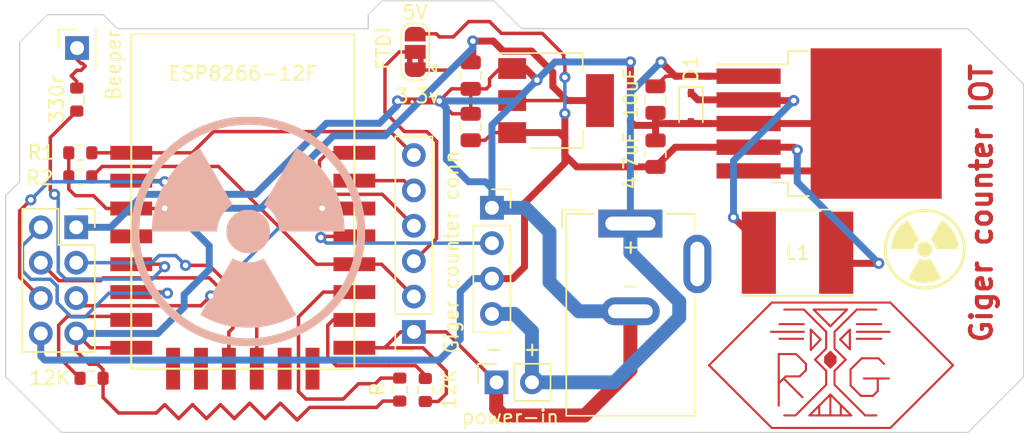
<source format=kicad_pcb>
(kicad_pcb (version 20211014) (generator pcbnew)
  (layers (0 "F.Cu" signal) (31 "B.Cu" signal) (34 "B.Paste" user) (35 "F.Paste" user) (36 "B.SilkS" user "B.Silkscreen") (37 "F.SilkS" user "F.Silkscreen") (38 "B.Mask" user) (39 "F.Mask" user) (44 "Edge.Cuts" user))
  (net 0 "")
  (net 1 "+9V")
  (net 2 "GND")
  (net 3 "+5V")
  (net 4 "+3.3V")
  (net 5 "Net-(D1-Pad1)")
  (net 6 "/GPIO-12")
  (net 7 "/GPIO-10")
  (net 8 "/GPIO-9")
  (net 9 "/GPIO-5")
  (net 10 "/ADC")
  (net 11 "BEEPER")
  (net 12 "Pulse_pin")
  (net 13 "/GPIO-0")
  (net 14 "Net-(J4-Pad3)")
  (net 15 "/Tx")
  (net 16 "/Rx")
  (net 17 "/Reset")
  (net 18 "Net-(R3-Pad1)")
  (net 19 "Net-(R4-Pad2)")
  (net 20 "Net-(R5-Pad2)")
  (net 26 "Net-(J2-Pad1)")
  (footprint "Package_TO_SOT_SMD:SOT-223-3_TabPin2" (layer "F.Cu") (at 126.47 106.17)
    (fp_text reference "U2")
    (fp_text value "LM1117-3.3")
    (pad "1" smd rect (at -3.15 -2.3) (size 2 1.5) (layers "F.Cu" "F.Paste" "F.Mask") (net 2 "GND"))
    (pad "2" smd rect (at 3.15 0) (size 2 3.8) (layers "F.Cu" "F.Paste" "F.Mask") (net 4 "+3.3V"))
    (pad "2" smd rect (at -3.15 0) (size 2 1.5) (layers "F.Cu" "F.Paste" "F.Mask") (net 4 "+3.3V"))
    (pad "3" smd rect (at -3.15 2.3) (size 2 1.5) (layers "F.Cu" "F.Paste" "F.Mask") (net 3 "+5V"))
  )
  (footprint "phosphor:ESP8266-13F" (layer "F.Cu") (at 104.005 125.42)
    (fp_text reference "U3")
    (fp_text value "ESP8266-12F" (at 0 -21.2) (layer "F.SilkS"))
    (pad "1" smd rect locked (at -8 -15.5) (size 3 1) (layers "F.Cu" "F.Paste" "F.Mask") (net 17 "/Reset"))
    (pad "2" smd rect locked (at -8 -13.5) (size 3 1) (layers "F.Cu" "F.Paste" "F.Mask") (net 10 "/ADC"))
    (pad "3" smd rect locked (at -8 -11.5) (size 3 1) (layers "F.Cu" "F.Paste" "F.Mask") (net 4 "+3.3V"))
    (pad "4" smd rect locked (at -8 -9.5) (size 3 1) (layers "F.Cu" "F.Paste" "F.Mask"))
    (pad "5" smd rect locked (at -8 -7.5) (size 3 1) (layers "F.Cu" "F.Paste" "F.Mask") (net 11 "BEEPER"))
    (pad "6" smd rect locked (at -8 -5.5) (size 3 1) (layers "F.Cu" "F.Paste" "F.Mask") (net 6 "/GPIO-12"))
    (pad "7" smd rect locked (at -8 -3.5) (size 3 1) (layers "F.Cu" "F.Paste" "F.Mask") (net 20 "Net-(R5-Pad2)"))
    (pad "8" smd rect locked (at -8 -1.5) (size 3 1) (layers "F.Cu" "F.Paste" "F.Mask") (net 4 "+3.3V"))
    (pad "9" smd rect locked (at -5 0 90) (size 3 1) (layers "F.Cu" "F.Paste" "F.Mask"))
    (pad "10" smd rect locked (at -3 0 90) (size 3 1) (layers "F.Cu" "F.Paste" "F.Mask"))
    (pad "11" smd rect locked (at -1 0 90) (size 3 1) (layers "F.Cu" "F.Paste" "F.Mask") (net 8 "/GPIO-9"))
    (pad "12" smd rect locked (at 1 0 90) (size 3 1) (layers "F.Cu" "F.Paste" "F.Mask") (net 7 "/GPIO-10"))
    (pad "13" smd rect locked (at 3 0 90) (size 3 1) (layers "F.Cu" "F.Paste" "F.Mask"))
    (pad "14" smd rect locked (at 5 0 90) (size 3 1) (layers "F.Cu" "F.Paste" "F.Mask"))
    (pad "15" smd rect locked (at 8 -1.5) (size 3 1) (layers "F.Cu" "F.Paste" "F.Mask") (net 2 "GND"))
    (pad "16" smd rect locked (at 8 -3.5) (size 3 1) (layers "F.Cu" "F.Paste" "F.Mask") (net 18 "Net-(R3-Pad1)"))
    (pad "17" smd rect locked (at 8 -5.5) (size 3 1) (layers "F.Cu" "F.Paste" "F.Mask") (net 19 "Net-(R4-Pad2)"))
    (pad "18" smd rect locked (at 8 -7.5) (size 3 1) (layers "F.Cu" "F.Paste" "F.Mask") (net 13 "/GPIO-0"))
    (pad "19" smd rect locked (at 8 -9.5) (size 3 1) (layers "F.Cu" "F.Paste" "F.Mask") (net 12 "Pulse_pin"))
    (pad "20" smd rect locked (at 8 -11.5) (size 3 1) (layers "F.Cu" "F.Paste" "F.Mask") (net 9 "/GPIO-5"))
    (pad "21" smd rect locked (at 8 -13.5) (size 3 1) (layers "F.Cu" "F.Paste" "F.Mask") (net 16 "/Rx"))
    (pad "22" smd rect locked (at 8 -15.5) (size 3 1) (layers "F.Cu" "F.Paste" "F.Mask") (net 15 "/Tx"))
  )
  (footprint "Resistor_SMD:R_0603_1608Metric" (layer "F.Cu") (at 93.16 126.11 180)
    (fp_text reference "R5")
    (fp_text value "12K" (at 3 0.03) (layer "F.SilkS"))
    (pad "1" smd roundrect (at -0.825 0 180) (size 0.8 0.95) (layers "F.Cu" "F.Paste" "F.Mask") (net 4 "+3.3V"))
    (pad "2" smd roundrect (at 0.825 0 180) (size 0.8 0.95) (layers "F.Cu" "F.Paste" "F.Mask") (net 20 "Net-(R5-Pad2)"))
  )
  (footprint "Resistor_SMD:R_0603_1608Metric" (layer "F.Cu") (at 117.09 126.95 -90)
    (fp_text reference "R3")
    (fp_text value "R" (at -0.042742 3.43 90) (layer "F.SilkS"))
    (pad "1" smd roundrect (at -0.825 0 270) (size 0.8 0.95) (layers "F.Cu" "F.Paste" "F.Mask") (net 18 "Net-(R3-Pad1)"))
    (pad "2" smd roundrect (at 0.825 0 270) (size 0.8 0.95) (layers "F.Cu" "F.Paste" "F.Mask") (net 2 "GND"))
  )
  (footprint "Connector_PinSocket_2.54mm:PinSocket_1x04_P2.54mm_Vertical" (layer "F.Cu") (at 121.87 113.87)
    (fp_text reference "J3")
    (fp_text value "Giger counter conn" (at -2.9 3.19 90) (layer "F.SilkS"))
    (pad "1" thru_hole rect (at 0 0) (size 1.7 1.7) (drill 1) (layers *.Cu *.Mask) (net 2 "GND"))
    (pad "2" thru_hole oval (at 0 2.54) (size 1.7 1.7) (drill 1) (layers *.Cu *.Mask) (net 12 "Pulse_pin"))
    (pad "3" thru_hole oval (at 0 5.08) (size 1.7 1.7) (drill 1) (layers *.Cu *.Mask) (net 3 "+5V"))
    (pad "4" thru_hole oval (at 0 7.62) (size 1.7 1.7) (drill 1) (layers *.Cu *.Mask) (net 1 "+9V"))
  )
  (footprint "Connector_PinSocket_2.54mm:PinSocket_1x06_P2.54mm_Vertical" (layer "F.Cu") (at 116.27 122.78 180)
    (fp_text reference "J4")
    (fp_text value "FTDI" (at 2.16 20.35 90) (layer "F.SilkS"))
    (pad "1" thru_hole rect (at 0 0 180) (size 1.7 1.7) (drill 1) (layers *.Cu *.Mask) (net 2 "GND"))
    (pad "2" thru_hole oval (at 0 2.54 180) (size 1.7 1.7) (drill 1) (layers *.Cu *.Mask) (net 13 "/GPIO-0"))
    (pad "3" thru_hole oval (at 0 5.08 180) (size 1.7 1.7) (drill 1) (layers *.Cu *.Mask) (net 14 "Net-(J4-Pad3)"))
    (pad "4" thru_hole oval (at 0 7.62 180) (size 1.7 1.7) (drill 1) (layers *.Cu *.Mask) (net 15 "/Tx"))
    (pad "5" thru_hole oval (at 0 10.16 180) (size 1.7 1.7) (drill 1) (layers *.Cu *.Mask) (net 16 "/Rx"))
    (pad "6" thru_hole oval (at 0 12.7 180) (size 1.7 1.7) (drill 1) (layers *.Cu *.Mask) (net 17 "/Reset"))
  )
  (footprint "Capacitor_SMD:C_0805_2012Metric" (layer "F.Cu") (at 120.35 108.07 90)
    (fp_text reference "C3")
    (fp_text value "C")
    (pad "1" smd roundrect (at -0.95 0 90) (size 1 1.45) (layers "F.Cu" "F.Paste" "F.Mask") (net 3 "+5V"))
    (pad "2" smd roundrect (at 0.95 0 90) (size 1 1.45) (layers "F.Cu" "F.Paste" "F.Mask") (net 2 "GND"))
  )
  (footprint "Resistor_SMD:R_0603_1608Metric" (layer "F.Cu") (at 92.35 111.65)
    (fp_text reference "R2" (at -2.9 0.07) (layer "F.SilkS"))
    (fp_text value "12K")
    (pad "1" smd roundrect (at -0.825 0) (size 0.8 0.95) (layers "F.Cu" "F.Paste" "F.Mask") (net 4 "+3.3V"))
    (pad "2" smd roundrect (at 0.825 0) (size 0.8 0.95) (layers "F.Cu" "F.Paste" "F.Mask") (net 13 "/GPIO-0"))
  )
  (footprint "Capacitor_SMD:C_0805_2012Metric" (layer "F.Cu") (at 120.35 104.38 -90)
    (fp_text reference "C4")
    (fp_text value "C")
    (pad "1" smd roundrect (at -0.95 0 270) (size 1 1.45) (layers "F.Cu" "F.Paste" "F.Mask") (net 4 "+3.3V"))
    (pad "2" smd roundrect (at 0.95 0 270) (size 1 1.45) (layers "F.Cu" "F.Paste" "F.Mask") (net 2 "GND"))
  )
  (footprint "LOGO" (layer "F.Cu") (at 152.908 116.84)
    (fp_text reference "G***" hide)
    (fp_text value "LOGO" hide)
  )
  (footprint "Capacitor_SMD:C_0805_2012Metric" (layer "F.Cu") (at 133.6 106.1 -90)
    (fp_text reference "C1")
    (fp_text value "10uF" (at -0.436 1.774 90) (layer "F.SilkS"))
    (pad "1" smd roundrect (at -0.95 0 270) (size 1 1.45) (layers "F.Cu" "F.Paste" "F.Mask") (net 1 "+9V"))
    (pad "2" smd roundrect (at 0.95 0 270) (size 1 1.45) (layers "F.Cu" "F.Paste" "F.Mask") (net 2 "GND"))
  )
  (footprint "Connector_PinSocket_2.54mm:PinSocket_2x04_P2.54mm_Vertical" (layer "F.Cu") (at 92.06 115.27)
    (fp_text reference "J1")
    (fp_text value "Expanction")
    (pad "1" thru_hole rect (at 0 0) (size 1.7 1.7) (drill 1) (layers *.Cu *.Mask) (net 2 "GND"))
    (pad "2" thru_hole oval (at -2.54 0) (size 1.7 1.7) (drill 1) (layers *.Cu *.Mask) (net 6 "/GPIO-12"))
    (pad "3" thru_hole oval (at 0 2.54) (size 1.7 1.7) (drill 1) (layers *.Cu *.Mask) (net 7 "/GPIO-10"))
    (pad "4" thru_hole oval (at -2.54 2.54) (size 1.7 1.7) (drill 1) (layers *.Cu *.Mask) (net 8 "/GPIO-9"))
    (pad "5" thru_hole oval (at 0 5.08) (size 1.7 1.7) (drill 1) (layers *.Cu *.Mask) (net 9 "/GPIO-5"))
    (pad "6" thru_hole oval (at -2.54 5.08) (size 1.7 1.7) (drill 1) (layers *.Cu *.Mask) (net 10 "/ADC"))
    (pad "7" thru_hole oval (at 0 7.62) (size 1.7 1.7) (drill 1) (layers *.Cu *.Mask) (net 4 "+3.3V"))
    (pad "8" thru_hole oval (at -2.54 7.62) (size 1.7 1.7) (drill 1) (layers *.Cu *.Mask) (net 3 "+5V"))
  )
  (footprint "Resistor_SMD:R_0603_1608Metric" (layer "F.Cu") (at 92.1 106.1 -90)
    (fp_text reference "R6")
    (fp_text value "330r" (at 0 1.43 -270) (layer "F.SilkS"))
    (pad "1" smd roundrect (at -0.825 0 270) (size 0.8 0.95) (layers "F.Cu" "F.Paste" "F.Mask") (net 26 "Net-(J2-Pad1)"))
    (pad "2" smd roundrect (at 0.825 0 270) (size 0.8 0.95) (layers "F.Cu" "F.Paste" "F.Mask") (net 11 "BEEPER"))
  )
  (footprint "Connector_BarrelJack:BarrelJack_GCT_DCJ200-10-A_Horizontal" (layer "F.Cu") (at 131.8 115)
    (fp_text reference "J6")
    (fp_text value "Barrel_Jack_Switch")
    (pad "1" thru_hole rect (at 0 0) (size 4.6 2) (drill oval 3.6 1) (layers *.Cu *.Mask) (net 1 "+9V"))
    (pad "2" thru_hole oval (at 0 6.3) (size 4.2 2) (drill oval 3.2 1) (layers *.Cu *.Mask) (net 2 "GND"))
    (pad "3" thru_hole oval (at 4.8 2.9) (size 2 4.2) (drill oval 1 3.2) (layers *.Cu *.Mask))
  )
  (footprint "Capacitor_SMD:C_0805_2012Metric" (layer "F.Cu") (at 133.604 109.982 90)
    (fp_text reference "C2")
    (fp_text value "4.7uF" (at -0.508 -1.778 90) (layer "F.SilkS"))
    (pad "1" smd roundrect (at -0.95 0 90) (size 1 1.45) (layers "F.Cu" "F.Paste" "F.Mask") (net 3 "+5V"))
    (pad "2" smd roundrect (at 0.95 0 90) (size 1 1.45) (layers "F.Cu" "F.Paste" "F.Mask") (net 2 "GND"))
  )
  (footprint "Connector_PinSocket_2.54mm:PinSocket_1x02_P2.54mm_Vertical" (layer "F.Cu") (at 122.2 126.4 90)
    (fp_text reference "J5")
    (fp_text value "power-in" (at -2.49 1 180) (layer "F.SilkS"))
    (pad "1" thru_hole rect (at 0 0 90) (size 1.7 1.7) (drill 1) (layers *.Cu *.Mask) (net 2 "GND"))
    (pad "2" thru_hole oval (at 0 2.54 90) (size 1.7 1.7) (drill 1) (layers *.Cu *.Mask) (net 1 "+9V"))
  )
  (footprint "RG:rg-logo" (layer "F.Cu") (at 145.438 118.173)
    (fp_text reference "REF**" hide)
    (fp_text value "rg-logo" hide)
    (fp_line (start 2.1 4.45) (end 2.1 5.85) (layer "F.Cu") (width 0.15))
    (fp_line (start 4.1 7.95) (end 4.1 8.85) (layer "F.Cu") (width 0.15))
    (fp_line (start -1.75 6.2) (end -1.05 6.9) (layer "F.Cu") (width 0.15))
    (fp_line (start 1 8.4) (end 3.2 10.6) (layer "F.Cu") (width 0.15))
    (fp_line (start 0.4 7.4) (end -0.4 6.6) (layer "F.Cu") (width 0.15))
    (fp_line (start -1.2 4.6) (end -3.55 4.6) (layer "F.Cu") (width 0.15))
    (fp_line (start -3 6.2) (end -3 9.9) (layer "F.Cu") (width 0.15))
    (fp_line (start -3.5 11.5) (end -8 7) (layer "F.Cu") (width 0.15))
    (fp_line (start -0.7 4.45) (end -0.7 5.9) (layer "F.Cu") (width 0.15))
    (fp_line (start 0 5.15) (end -0.7 4.45) (layer "F.Cu") (width 0.15))
    (fp_line (start 1 8.4) (end 1 7.4) (layer "F.Cu") (width 0.15))
    (fp_line (start 1.9 3) (end 0.7 4.2) (layer "F.Cu") (width 0.15))
    (fp_line (start 5 2.5) (end 9.5 7) (layer "F.Cu") (width 0.15))
    (fp_line (start 1.4 5.15) (end 2.1 4.45) (layer "F.Cu") (width 0.15))
    (fp_line (start 1.4 5.15) (end 2.1 5.85) (layer "F.Cu") (width 0.15))
    (fp_line (start -3.5 2.5) (end 5 2.5) (layer "F.Cu") (width 0.15))
    (fp_line (start 5 11.5) (end -3.5 11.5) (layer "F.Cu") (width 0.15))
    (fp_line (start 2.6 5.1) (end 4.35 5.1) (layer "F.Cu") (width 0.15))
    (fp_line (start -0.1 9.9) (end -0.1 10.6) (layer "F.Cu") (width 0.15))
    (fp_line (start -1.2 4.05) (end -2.95 4.05) (layer "F.Cu") (width 0.15))
    (fp_line (start -2.65 7.95) (end -1.3 9.3) (layer "F.Cu") (width 0.15))
    (fp_line (start 2.6 4.6) (end 4.95 4.6) (layer "F.Cu") (width 0.15))
    (fp_line (start 4.15 6.5) (end 4.55 6.9) (layer "F.Cu") (width 0.15))
    (fp_line (start 0.4 4.6) (end -1.2 3) (layer "F.Cu") (width 0.15))
    (fp_line (start 2.95 6.5) (end 4.15 6.5) (layer "F.Cu") (width 0.15))
    (fp_line (start 1 7.4) (end 1.8 6.6) (layer "F.Cu") (width 0.15))
    (fp_line (start -1.05 7.35) (end -1.5 7.8) (layer "F.Cu") (width 0.15))
    (fp_line (start 2.2 10.6) (end -0.8 10.6) (layer "F.Cu") (width 0.15))
    (fp_line (start -1.2 3) (end -2.6 3) (layer "F.Cu") (width 0.15))
    (fp_line (start 2.9 9.2) (end 2.15 8.45) (layer "F.Cu") (width 0.15))
    (fp_line (start 0.7 9.1) (end -0.8 10.6) (layer "F.Cu") (width 0.15))
    (fp_line (start -0.7 5.9) (end 0 5.15) (layer "F.Cu") (width 0.15))
    (fp_line (start -2.5 7.8) (end -3 8.3) (layer "F.Cu") (width 0.15))
    (fp_line (start -8 7) (end -3.5 2.5) (layer "F.Cu") (width 0.15))
    (fp_line (start 0.7 4.2) (end -0.5 3) (layer "F.Cu") (width 0.15))
    (fp_line (start -1.05 6.9) (end -1.05 7.35) (layer "F.Cu") (width 0.15))
    (fp_line (start 1.8 6.6) (end 1 5.8) (layer "F.Cu") (width 0.15))
    (fp_line (start 9.5 7) (end 5 11.5) (layer "F.Cu") (width 0.15))
    (fp_line (start 3.75 9.2) (end 2.9 9.2) (layer "F.Cu") (width 0.15))
    (fp_line (start -3 6.2) (end -1.75 6.2) (layer "F.Cu") (width 0.15))
    (fp_line (start 2.6 3) (end 4 3) (layer "F.Cu") (width 0.15))
    (fp_line (start 2.15 8.45) (end 2.15 7.3) (layer "F.Cu") (width 0.15))
    (fp_line (start -0.4 6.6) (end 0.4 5.8) (layer "F.Cu") (width 0.15))
    (fp_line (start -1.25 5.1) (end -2.95 5.1) (layer "F.Cu") (width 0.15))
    (fp_line (start 0.4 8.4) (end 0.4 7.4) (layer "F.Cu") (width 0.15))
    (fp_line (start 3.2 10.6) (end 4 10.6) (layer "F.Cu") (width 0.15))
    (fp_line (start -1.8 10.6) (end -2.6 10.6) (layer "F.Cu") (width 0.15))
    (fp_line (start 2.2 10.6) (end 0.7 9.1) (layer "F.Cu") (width 0.15))
    (fp_line (start 1 4.6) (end 2.6 3) (layer "F.Cu") (width 0.15))
    (fp_line (start 4.9 7.95) (end 3.1 7.95) (layer "F.Cu") (width 0.15))
    (fp_line (start 0.7 9.15) (end 0.7 10.6) (layer "F.Cu") (width 0.15))
    (fp_line (start 1.45 10.6) (end 1.45 9.9) (layer "F.Cu") (width 0.15))
    (fp_line (start 4.1 8.85) (end 3.75 9.2) (layer "F.Cu") (width 0.15))
    (fp_line (start 0.4 5.8) (end 0.4 4.6) (layer "F.Cu") (width 0.15))
    (fp_line (start 0.4 8.4) (end -1.8 10.6) (layer "F.Cu") (width 0.15))
    (fp_line (start 2.6 4.05) (end 4.35 4.05) (layer "F.Cu") (width 0.15))
    (fp_line (start -1.5 7.8) (end -2.5 7.8) (layer "F.Cu") (width 0.15))
    (fp_line (start 2.15 7.3) (end 2.95 6.5) (layer "F.Cu") (width 0.15))
    (fp_line (start -0.5 3) (end 1.9 3) (layer "F.Cu") (width 0.15))
    (fp_line (start 1 5.8) (end 1 4.6) (layer "F.Cu") (width 0.15))
    (fp_poly (pts (xy 1.1 6.4) (xy 1.1 6.8) (xy 0.7 7.2) (xy 0.3 6.8) (xy 0.3 6.4) (xy 0.7 6)) (layer "F.Cu") (width 0.1) (fill solid))
  )
  (footprint "Connector_PinSocket_2.54mm:PinSocket_1x01_P2.54mm_Vertical" (layer "F.Cu") (at 92.12 102.4 90)
    (fp_text reference "J2")
    (fp_text value "Beeper")
    (pad "1" thru_hole rect (at 0 0 90) (size 1.7 1.7) (drill 1) (layers *.Cu *.Mask) (net 26 "Net-(J2-Pad1)"))
  )
  (footprint "Resistor_SMD:R_0603_1608Metric" (layer "F.Cu") (at 115.26 126.92 90)
    (fp_text reference "R4")
    (fp_text value "12K" (at 0.012742 3.53 90) (layer "F.SilkS"))
    (pad "1" smd roundrect (at -0.825 0 90) (size 0.8 0.95) (layers "F.Cu" "F.Paste" "F.Mask") (net 4 "+3.3V"))
    (pad "2" smd roundrect (at 0.825 0 90) (size 0.8 0.95) (layers "F.Cu" "F.Paste" "F.Mask") (net 19 "Net-(R4-Pad2)"))
  )
  (footprint "Resistor_SMD:R_0603_1608Metric" (layer "F.Cu") (at 92.35 109.92)
    (fp_text reference "R1" (at -2.8 -0.03) (layer "F.SilkS"))
    (fp_text value "12K")
    (pad "1" smd roundrect (at -0.825 0) (size 0.8 0.95) (layers "F.Cu" "F.Paste" "F.Mask") (net 4 "+3.3V"))
    (pad "2" smd roundrect (at 0.825 0) (size 0.8 0.95) (layers "F.Cu" "F.Paste" "F.Mask") (net 17 "/Reset"))
  )
  (footprint "Diode_SMD:D_SOD-323" (layer "F.Cu") (at 136.144 106.68 -90)
    (fp_text reference "D1" (at -2.794 0 90) (layer "F.SilkS"))
    (fp_text value "NSR0530HT1G")
    (pad "1" smd rect (at -1.05 0 270) (size 0.6 0.45) (layers "F.Cu" "F.Paste" "F.Mask") (net 5 "Net-(D1-Pad1)"))
    (pad "2" smd rect (at 1.05 0 270) (size 0.6 0.45) (layers "F.Cu" "F.Paste" "F.Mask") (net 2 "GND"))
  )
  (footprint "Inductor_SMD:L_Taiyo-Yuden_NR-60xx_HandSoldering" (layer "F.Cu") (at 143.783 117.094)
    (fp_text reference "L1" (at 0 0) (layer "F.SilkS"))
    (fp_text value "68uH")
    (pad "1" smd rect (at -2.775 0) (size 2.45 5.9) (layers "F.Cu" "F.Paste" "F.Mask") (net 5 "Net-(D1-Pad1)"))
    (pad "2" smd rect (at 2.775 0) (size 2.45 5.9) (layers "F.Cu" "F.Paste" "F.Mask") (net 3 "+5V"))
  )
  (footprint "Jumper:SolderJumper-3_P1.3mm_Bridged2Bar12_RoundedPad1.0x1.5mm" (layer "F.Cu") (at 116.37 102.68 90)
    (fp_text reference "JP1")
    (fp_text value "Vcc")
    (fp_poly (pts (xy -0.9 -0.6) (xy -0.4 -0.6) (xy -0.4 -0.2) (xy -0.9 -0.2)) (layer "F.Cu") (width 0) (fill solid))
    (fp_poly (pts (xy -0.9 0.2) (xy -0.4 0.2) (xy -0.4 0.6) (xy -0.9 0.6)) (layer "F.Cu") (width 0) (fill solid))
    (pad "1" smd custom (at -1.3 0 90) (size 1 0.5) (layers "F.Cu" "F.Mask") (net 4 "+3.3V") (options (clearance outline) (anchor rect)) (primitives (gr_circle (center 0 0.25) (end 0.5 0.25) (width 0) (fill yes)) (gr_circle (center 0 -0.25) (end 0.5 -0.25) (width 0) (fill yes)) (gr_poly (pts (xy 0.55 0.75) (xy 0 0.75) (xy 0 -0.75) (xy 0.55 -0.75)) (width 0) (fill yes))))
    (pad "2" smd rect (at 0 0 90) (size 1 1.5) (layers "F.Cu" "F.Mask") (net 14 "Net-(J4-Pad3)"))
    (pad "3" smd custom (at 1.3 0 90) (size 1 0.5) (layers "F.Cu" "F.Mask") (net 3 "+5V") (options (clearance outline) (anchor rect)) (primitives (gr_circle (center 0 0.25) (end 0.5 0.25) (width 0) (fill yes)) (gr_circle (center 0 -0.25) (end 0.5 -0.25) (width 0) (fill yes)) (gr_poly (pts (xy 0 0.75) (xy -0.55 0.75) (xy -0.55 -0.75) (xy 0 -0.75)) (width 0) (fill yes))))
  )
  (footprint "Package_TO_SOT_SMD:TO-263-5_TabPin3" (layer "F.Cu") (at 146.05 107.82)
    (fp_text reference "U1")
    (fp_text value "LM2596S-5")
    (pad "1" smd rect (at -5.775 -3.4) (size 4.6 1.1) (layers "F.Cu" "F.Paste" "F.Mask") (net 1 "+9V"))
    (pad "2" smd rect (at -5.775 -1.7) (size 4.6 1.1) (layers "F.Cu" "F.Paste" "F.Mask") (net 5 "Net-(D1-Pad1)"))
    (pad "3" smd rect (at -5.775 0) (size 4.6 1.1) (layers "F.Cu" "F.Paste" "F.Mask") (net 2 "GND"))
    (pad "3" smd rect (at 3.375 0) (size 9.4 10.8) (layers "F.Cu" "F.Mask") (net 2 "GND"))
    (pad "4" smd rect (at -5.775 1.7) (size 4.6 1.1) (layers "F.Cu" "F.Paste" "F.Mask") (net 3 "+5V"))
    (pad "5" smd rect (at -5.775 3.4) (size 4.6 1.1) (layers "F.Cu" "F.Paste" "F.Mask") (net 2 "GND"))
  )
  (footprint "LOGO" (layer "B.Cu") (at 104.394 115.57 180)
    (fp_text reference "G***" hide)
    (fp_text value "LOGO" hide)
  )
  (gr_poly (pts (xy 124 101) (xy 156 101) (xy 160 105) (xy 160 126) (xy 156 130) (xy 91 130) (xy 87 126) (xy 87 113) (xy 88 112) (xy 88 102) (xy 90 100) (xy 94 100) (xy 95 101) (xy 113 101) (xy 113 100) (xy 114 99) (xy 122 99)) (layer "Edge.Cuts") (width 0.1) (fill none))
  (gr_text "Giger counter IOT" (at 156.972 113.538 90) (layer "F.Cu") (effects (font (size 1.5 1.5) (thickness 0.3))))
  (gr_text "Beeper" (at 94.725 103.625 90) (layer "F.SilkS") (effects (font (size 1 1))))
  (gr_text "5V\n" (at 116.35 99.85) (layer "F.SilkS") (effects (font (size 1 1))))
  (gr_text "-" (at 131.8 119.45) (layer "F.SilkS") (effects (font (size 1 1))))
  (gr_text "3.3v\n" (at 116.525 105.85) (layer "F.SilkS") (effects (font (size 1 1))))
  (gr_text "-  +\n" (at 123.375 124) (layer "F.SilkS") (effects (font (size 1 1))))
  (gr_text "+\n" (at 131.825 116.65) (layer "F.SilkS") (effects (font (size 1 1))))
  (segment (start 137.186 104.42) (end 137.575 104.42) (width 0.5) (layer "F.Cu") (net 1))
  (segment (start 133.6 105.15) (end 134.33 104.42) (width 0.25) (layer "F.Cu") (net 1))
  (segment (start 135.02 104.42) (end 137.186 104.42) (width 0.5) (layer "F.Cu") (net 1))
  (segment (start 134.33 104.42) (end 135.22 104.42) (width 0.25) (layer "F.Cu") (net 1))
  (segment (start 137.186 104.42) (end 140.275 104.42) (width 0.5) (layer "F.Cu") (net 1))
  (segment (start 134 103.4) (end 135.02 104.42) (width 0.5) (layer "F.Cu") (net 1))
  (segment (start 135.22 104.42) (end 137.575 104.42) (width 0.25) (layer "F.Cu") (net 1))
  (segment (start 135.02 104.42) (end 135.22 104.42) (width 0.5) (layer "F.Cu") (net 1))
  (via (at 134 103.4) (size 0.8) (drill 0.4) (layers "F.Cu" "B.Cu") (net 1))
  (segment (start 124.6 122.6) (end 124.74 122.74) (width 1) (layer "B.Cu") (net 1))
  (segment (start 135.3 121.748) (end 130.648 126.4) (width 1) (layer "B.Cu") (net 1))
  (segment (start 130.648 126.4) (end 124.74 126.4) (width 1) (layer "B.Cu") (net 1))
  (segment (start 135.3 120.6) (end 135.3 121.748) (width 1) (layer "B.Cu") (net 1))
  (segment (start 121.87 121.49) (end 123.49 121.49) (width 1) (layer "B.Cu") (net 1))
  (segment (start 131.8 117.1) (end 135.3 120.6) (width 1) (layer "B.Cu") (net 1))
  (segment (start 131.8 115) (end 131.8 105.6) (width 0.5) (layer "B.Cu") (net 1))
  (segment (start 123.49 121.49) (end 124.6 122.6) (width 1) (layer "B.Cu") (net 1))
  (segment (start 131.8 115) (end 131.8 117.1) (width 1) (layer "B.Cu") (net 1))
  (segment (start 124.74 122.74) (end 124.74 126.4) (width 1) (layer "B.Cu") (net 1))
  (segment (start 131.8 105.6) (end 134 103.4) (width 0.5) (layer "B.Cu") (net 1))
  (segment (start 134.37 107.82) (end 133.734 107.82) (width 0.5) (layer "F.Cu") (net 2))
  (segment (start 140.275 111.22) (end 146.025 111.22) (width 0.5) (layer "F.Cu") (net 2))
  (segment (start 122.682 128.778) (end 122.174 128.27) (width 1) (layer "F.Cu") (net 2))
  (segment (start 123.32 103.87) (end 122.43 103.87) (width 0.25) (layer "F.Cu") (net 2))
  (segment (start 115.1 106.2) (end 118.1 106.2) (width 0.5) (layer "F.Cu") (net 2))
  (segment (start 131.8 103.4) (end 131.8 107.67) (width 0.5) (layer "F.Cu") (net 2))
  (segment (start 121.7 105.1) (end 121.47 105.33) (width 0.25) (layer "F.Cu") (net 2))
  (segment (start 118.97 105.33) (end 118.1 106.2) (width 0.25) (layer "F.Cu") (net 2))
  (segment (start 113.52 123.92) (end 112.005 123.92) (width 0.25) (layer "F.Cu") (net 2))
  (segment (start 114.18 123.92) (end 113.52 123.92) (width 0.25) (layer "F.Cu") (net 2))
  (segment (start 133.6 107.686) (end 133.734 107.82) (width 0.5) (layer "F.Cu") (net 2))
  (segment (start 116.27 122.78) (end 115.32 122.78) (width 0.25) (layer "F.Cu") (net 2))
  (segment (start 133.734 107.82) (end 133.604 107.95) (width 0.5) (layer "F.Cu") (net 2))
  (segment (start 122.174 128.27) (end 122.174 126.426) (width 1) (layer "F.Cu") (net 2))
  (segment (start 121.7 104.6) (end 121.7 105.1) (width 0.25) (layer "F.Cu") (net 2))
  (segment (start 133.6 107.05) (end 133.6 107.686) (width 0.5) (layer "F.Cu") (net 2))
  (segment (start 118.6 125.6) (end 118.6 127.2) (width 0.25) (layer "F.Cu") (net 2))
  (segment (start 118.58 122.78) (end 122.2 126.4) (width 0.25) (layer "F.Cu") (net 2))
  (segment (start 124.27 103.87) (end 125.1 104.7) (width 0.5) (layer "F.Cu") (net 2))
  (segment (start 131.8 121.3) (end 131.8 125.502) (width 1) (layer "F.Cu") (net 2))
  (segment (start 128.524 128.778) (end 122.682 128.778) (width 1) (layer "F.Cu") (net 2))
  (segment (start 146.025 111.22) (end 149.425 107.82) (width 0.5) (layer "F.Cu") (net 2))
  (segment (start 132.08 107.95) (end 133.604 107.95) (width 0.5) (layer "F.Cu") (net 2))
  (segment (start 120.35 107.12) (end 119.02 107.12) (width 0.25) (layer "F.Cu") (net 2))
  (segment (start 147.265 107.28) (end 146.725 107.82) (width 0.5) (layer "F.Cu") (net 2))
  (segment (start 120.35 105.33) (end 120.35 107.12) (width 0.25) (layer "F.Cu") (net 2))
  (segment (start 118.025 127.775) (end 117.09 127.775) (width 0.25) (layer "F.Cu") (net 2))
  (segment (start 119.02 107.12) (end 118.1 106.2) (width 0.25) (layer "F.Cu") (net 2))
  (segment (start 120.35 105.33) (end 118.97 105.33) (width 0.25) (layer "F.Cu") (net 2))
  (segment (start 133.604 107.95) (end 133.604 109.032) (width 0.5) (layer "F.Cu") (net 2))
  (segment (start 137.575 107.82) (end 146.725 107.82) (width 0.5) (layer "F.Cu") (net 2))
  (segment (start 123.32 103.87) (end 124.27 103.87) (width 0.5) (layer "F.Cu") (net 2))
  (segment (start 122.174 126.426) (end 122.2 126.4) (width 1) (layer "F.Cu") (net 2))
  (segment (start 115.32 122.78) (end 114.18 123.92) (width 0.25) (layer "F.Cu") (net 2))
  (segment (start 131.8 125.502) (end 128.524 128.778) (width 1) (layer "F.Cu") (net 2))
  (segment (start 116.27 122.78) (end 118.58 122.78) (width 0.25) (layer "F.Cu") (net 2))
  (segment (start 116.92 123.92) (end 118.6 125.6) (width 0.25) (layer "F.Cu") (net 2))
  (segment (start 121.47 105.33) (end 120.35 105.33) (width 0.25) (layer "F.Cu") (net 2))
  (segment (start 131.8 107.67) (end 132.08 107.95) (width 0.5) (layer "F.Cu") (net 2))
  (segment (start 137.575 107.82) (end 134.37 107.82) (width 0.5) (layer "F.Cu") (net 2))
  (segment (start 122.43 103.87) (end 121.7 104.6) (width 0.25) (layer "F.Cu") (net 2))
  (segment (start 113.52 123.92) (end 116.92 123.92) (width 0.25) (layer "F.Cu") (net 2))
  (segment (start 118.6 127.2) (end 118.025 127.775) (width 0.25) (layer "F.Cu") (net 2))
  (segment (start 137.575 107.82) (end 134.555051 107.82) (width 0.5) (layer "F.Cu") (net 2))
  (via (at 131.8 103.4) (size 0.8) (drill 0.4) (layers "F.Cu" "B.Cu") (net 2))
  (via (at 125.1 104.7) (size 0.8) (drill 0.4) (layers "F.Cu" "B.Cu") (net 2))
  (via (at 118.1 106.2) (size 0.8) (drill 0.4) (layers "F.Cu" "B.Cu") (net 2))
  (via (at 115.1 106.2) (size 0.8) (drill 0.4) (layers "F.Cu" "B.Cu") (net 2))
  (segment (start 126 115.6) (end 126 119.2) (width 1) (layer "B.Cu") (net 2))
  (segment (start 131.8 103.4) (end 126.4 103.4) (width 0.5) (layer "B.Cu") (net 2))
  (segment (start 115.1 106.5) (end 115.1 106.2) (width 0.5) (layer "B.Cu") (net 2))
  (segment (start 104.9 112.9) (end 110 107.8) (width 0.5) (layer "B.Cu") (net 2))
  (segment (start 121.87 113.87) (end 124.27 113.87) (width 1) (layer "B.Cu") (net 2))
  (segment (start 118.6 106.7) (end 118.6 110.4) (width 0.5) (layer "B.Cu") (net 2))
  (segment (start 128.1 121.3) (end 131.8 121.3) (width 1) (layer "B.Cu") (net 2))
  (segment (start 121.4 112) (end 121.87 112.47) (width 0.5) (layer "B.Cu") (net 2))
  (segment (start 96.9 112.9) (end 103.3 112.9) (width 0.5) (layer "B.Cu") (net 2))
  (segment (start 121.87 107.93) (end 121.87 113.87) (width 0.5) (layer "B.Cu") (net 2))
  (segment (start 113.8 107.8) (end 115.1 106.5) (width 0.5) (layer "B.Cu") (net 2))
  (segment (start 118.1 106.2) (end 118.6 106.7) (width 0.5) (layer "B.Cu") (net 2))
  (segment (start 126.4 103.4) (end 125.1 104.7) (width 0.5) (layer "B.Cu") (net 2))
  (segment (start 124.27 113.87) (end 126 115.6) (width 1) (layer "B.Cu") (net 2))
  (segment (start 96.7 113.1) (end 96.9 112.9) (width 0.5) (layer "B.Cu") (net 2))
  (segment (start 121.87 112.47) (end 121.87 113.87) (width 0.5) (layer "B.Cu") (net 2))
  (segment (start 110 107.8) (end 113.8 107.8) (width 0.5) (layer "B.Cu") (net 2))
  (segment (start 92.06 115.27) (end 94.53 115.27) (width 0.5) (layer "B.Cu") (net 2))
  (segment (start 126 119.2) (end 128.1 121.3) (width 1) (layer "B.Cu") (net 2))
  (segment (start 118.1 106.2) (end 123.6 106.2) (width 0.5) (layer "B.Cu") (net 2))
  (segment (start 125.1 104.7) (end 121.87 107.93) (width 0.5) (layer "B.Cu") (net 2))
  (segment (start 123.6 106.2) (end 125.1 104.7) (width 0.5) (layer "B.Cu") (net 2))
  (segment (start 103.3 112.9) (end 104.9 112.9) (width 0.5) (layer "B.Cu") (net 2))
  (segment (start 94.53 115.27) (end 96.7 113.1) (width 0.5) (layer "B.Cu") (net 2))
  (segment (start 120.2 112) (end 121.4 112) (width 0.5) (layer "B.Cu") (net 2))
  (segment (start 118.6 110.4) (end 120.2 112) (width 0.5) (layer "B.Cu") (net 2))
  (segment (start 119.1 101.6) (end 120.2 100.5) (width 0.25) (layer "F.Cu") (net 3))
  (segment (start 120.35 109.02) (end 121.38 109.02) (width 0.25) (layer "F.Cu") (net 3))
  (segment (start 118 101.5) (end 118.1 101.6) (width 0.25) (layer "F.Cu") (net 3))
  (segment (start 135.016 109.52) (end 133.604 110.932) (width 0.5) (layer "F.Cu") (net 3))
  (segment (start 127.1 109.374) (end 127.1 108.866) (width 0.5) (layer "F.Cu") (net 3))
  (segment (start 127.012 103.112) (end 127.1 103.2) (width 0.25) (layer "F.Cu") (net 3))
  (segment (start 127.508 110.49) (end 127.1 110.082) (width 0.5) (layer "F.Cu") (net 3))
  (segment (start 137.575 109.52) (end 140.88 109.52) (width 0.5) (layer "F.Cu") (net 3))
  (segment (start 127.1 108.866) (end 126.704 108.47) (width 0.5) (layer "F.Cu") (net 3))
  (segment (start 121.7 100.5) (end 122.546 101.346) (width 0.25) (layer "F.Cu") (net 3))
  (segment (start 133.604 110.932) (end 127.95 110.932) (width 0.5) (layer "F.Cu") (net 3))
  (segment (start 126.704 108.47) (end 123.32 108.47) (width 0.5) (layer "F.Cu") (net 3))
  (segment (start 147.555 117.856) (end 147.047 117.348) (width 0.5) (layer "F.Cu") (net 3))
  (segment (start 127.95 110.932) (end 127.508 110.49) (width 0.5) (layer "F.Cu") (net 3))
  (segment (start 121.93 108.47) (end 123.32 108.47) (width 0.25) (layer "F.Cu") (net 3))
  (segment (start 123.366 118.95) (end 121.87 118.95) (width 0.5) (layer "F.Cu") (net 3))
  (segment (start 127.1 110.644) (end 124.206 113.538) (width 0.5) (layer "F.Cu") (net 3))
  (segment (start 137.575 109.52) (end 135.016 109.52) (width 0.5) (layer "F.Cu") (net 3))
  (segment (start 120.2 100.5) (end 121.7 100.5) (width 0.25) (layer "F.Cu") (net 3))
  (segment (start 127.012 102.882) (end 127.012 103.112) (width 0.25) (layer "F.Cu") (net 3))
  (segment (start 149.606 117.856) (end 147.555 117.856) (width 0.5) (layer "F.Cu") (net 3))
  (segment (start 127.1 109.374) (end 127.1 110.644) (width 0.5) (layer "F.Cu") (net 3))
  (segment (start 125.476 101.346) (end 127.012 102.882) (width 0.25) (layer "F.Cu") (net 3))
  (segment (start 143.556 109.52) (end 143.764 109.728) (width 0.5) (layer "F.Cu") (net 3))
  (segment (start 124.206 118.11) (end 123.366 118.95) (width 0.5) (layer "F.Cu") (net 3))
  (segment (start 118.1 101.6) (end 119.1 101.6) (width 0.25) (layer "F.Cu") (net 3))
  (segment (start 116.37 101.38) (end 117.88 101.38) (width 0.25) (layer "F.Cu") (net 3))
  (segment (start 121.38 109.02) (end 121.93 108.47) (width 0.25) (layer "F.Cu") (net 3))
  (segment (start 124.206 113.538) (end 124.206 118.11) (width 0.5) (layer "F.Cu") (net 3))
  (segment (start 122.546 101.346) (end 125.476 101.346) (width 0.25) (layer "F.Cu") (net 3))
  (segment (start 127.1 110.082) (end 127.1 109.374) (width 0.5) (layer "F.Cu") (net 3))
  (segment (start 127.1 103.2) (end 127.1 104.5) (width 0.25) (layer "F.Cu") (net 3))
  (segment (start 117.88 101.38) (end 118 101.5) (width 0.25) (layer "F.Cu") (net 3))
  (segment (start 127.1 108.866) (end 127.1 107.1) (width 0.5) (layer "F.Cu") (net 3))
  (segment (start 140.275 109.52) (end 143.556 109.52) (width 0.5) (layer "F.Cu") (net 3))
  (via (at 149.606 117.856) (size 0.8) (drill 0.4) (layers "F.Cu" "B.Cu") (net 3))
  (via (at 127.1 104.5) (size 0.8) (drill 0.4) (layers "F.Cu" "B.Cu") (net 3))
  (via (at 143.764 109.728) (size 0.8) (drill 0.4) (layers "F.Cu" "B.Cu") (net 3))
  (via (at 127.1 107.1) (size 0.8) (drill 0.4) (layers "F.Cu" "B.Cu") (net 3))
  (segment (start 143.764 109.728) (end 143.764 112.014) (width 0.5) (layer "B.Cu") (net 3))
  (segment (start 119.6 119.9) (end 119.6 123.3) (width 0.5) (layer "B.Cu") (net 3))
  (segment (start 89.8 124.8) (end 89.52 124.52) (width 0.5) (layer "B.Cu") (net 3))
  (segment (start 119.6 123.3) (end 118.1 124.8) (width 0.5) (layer "B.Cu") (net 3))
  (segment (start 127.1 104.5) (end 127.1 107.1) (width 0.25) (layer "B.Cu") (net 3))
  (segment (start 121.87 118.95) (end 120.55 118.95) (width 0.5) (layer "B.Cu") (net 3))
  (segment (start 118.1 124.8) (end 89.8 124.8) (width 0.5) (layer "B.Cu") (net 3))
  (segment (start 120.55 118.95) (end 119.6 119.9) (width 0.5) (layer "B.Cu") (net 3))
  (segment (start 143.764 112.014) (end 149.606 117.856) (width 0.5) (layer "B.Cu") (net 3))
  (segment (start 89.52 124.52) (end 89.52 122.89) (width 0.5) (layer "B.Cu") (net 3))
  (segment (start 122.682 102.616) (end 124.714 102.616) (width 0.5) (layer "F.Cu") (net 4))
  (segment (start 127.51 106.17) (end 129.62 106.17) (width 0.5) (layer "F.Cu") (net 4))
  (segment (start 93 125.1) (end 93.6 125.1) (width 0.25) (layer "F.Cu") (net 4))
  (segment (start 98.4 128) (end 99.4 129) (width 0.25) (layer "F.Cu") (net 4))
  (segment (start 91.525 111.65) (end 91.525 112.525) (width 0.25) (layer "F.Cu") (net 4))
  (segment (start 93.09 123.92) (end 92.06 122.89) (width 0.25) (layer "F.Cu") (net 4))
  (segment (start 99.4 129) (end 100.4 128) (width 0.25) (layer "F.Cu") (net 4))
  (segment (start 102.4 128) (end 103.4 129) (width 0.25) (layer "F.Cu") (net 4))
  (segment (start 120.32 103.4) (end 120.35 103.43) (width 0.25) (layer "F.Cu") (net 4))
  (segment (start 113.6 128.2) (end 114.055 127.745) (width 0.25) (layer "F.Cu") (net 4))
  (segment (start 92.06 122.89) (end 92.06 124.16) (width 0.25) (layer "F.Cu") (net 4))
  (segment (start 95.1 128.6) (end 97.8 128.6) (width 0.25) (layer "F.Cu") (net 4))
  (segment (start 93.985 125.485) (end 93.985 126.11) (width 0.25) (layer "F.Cu") (net 4))
  (segment (start 116.37 103.98) (end 118.822 103.98) (width 0.25) (layer "F.Cu") (net 4))
  (segment (start 93.985 127.485) (end 95.1 128.6) (width 0.25) (layer "F.Cu") (net 4))
  (segment (start 100.4 128) (end 101.4 129) (width 0.25) (layer "F.Cu") (net 4))
  (segment (start 92.06 124.16) (end 93 125.1) (width 0.25) (layer "F.Cu") (net 4))
  (segment (start 107.9 129.1) (end 108.8 128.2) (width 0.25) (layer "F.Cu") (net 4))
  (segment (start 124.63 106.17) (end 123.32 106.17) (width 0.25) (layer "F.Cu") (net 4))
  (segment (start 118.822 103.98) (end 119.402 103.4) (width 0.25) (layer "F.Cu") (net 4))
  (segment (start 106.7 127.9) (end 107.9 129.1) (width 0.25) (layer "F.Cu") (net 4))
  (segment (start 126.238 105.156) (end 127.252 106.17) (width 0.5) (layer "F.Cu") (net 4))
  (segment (start 93.985 126.11) (end 93.985 127.485) (width 0.25) (layer "F.Cu") (net 4))
  (segment (start 104.5 127.9) (end 105.6 129) (width 0.25) (layer "F.Cu") (net 4))
  (segment (start 98.38 113.92) (end 98.4 113.9) (width 0.25) (layer "F.Cu") (net 4))
  (segment (start 120.5 101.9) (end 120.5 103.28) (width 0.5) (layer "F.Cu") (net 4))
  (segment (start 103.4 129) (end 104.5 127.9) (width 0.25) (layer "F.Cu") (net 4))
  (segment (start 96.005 113.92) (end 94.22 113.92) (width 0.25) (layer "F.Cu") (net 4))
  (segment (start 120.5 103.28) (end 120.35 103.43) (width 0.5) (layer "F.Cu") (net 4))
  (segment (start 108.8 128.2) (end 113.6 128.2) (width 0.25) (layer "F.Cu") (net 4))
  (segment (start 91.525 109.92) (end 91.525 111.65) (width 0.25) (layer "F.Cu") (net 4))
  (segment (start 127.51 106.17) (end 124.63 106.17) (width 0.25) (layer "F.Cu") (net 4))
  (segment (start 127.252 106.17) (end 127.51 106.17) (width 0.5) (layer "F.Cu") (net 4))
  (segment (start 126.238 104.14) (end 126.238 105.156) (width 0.5) (layer "F.Cu") (net 4))
  (segment (start 101.4 129) (end 102.4 128) (width 0.25) (layer "F.Cu") (net 4))
  (segment (start 94.22 113.92) (end 93.3 113) (width 0.25) (layer "F.Cu") (net 4))
  (segment (start 120.5 101.9) (end 121.966 101.9) (width 0.5) (layer "F.Cu") (net 4))
  (segment (start 119.402 103.4) (end 120.32 103.4) (width 0.25) (layer "F.Cu") (net 4))
  (segment (start 96.005 113.92) (end 98.38 113.92) (width 0.25) (layer "F.Cu") (net 4))
  (segment (start 124.714 102.616) (end 126.238 104.14) (width 0.5) (layer "F.Cu") (net 4))
  (segment (start 121.966 101.9) (end 122.682 102.616) (width 0.5) (layer "F.Cu") (net 4))
  (segment (start 105.6 129) (end 106.7 127.9) (width 0.25) (layer "F.Cu") (net 4))
  (segment (start 114.055 127.745) (end 115.26 127.745) (width 0.25) (layer "F.Cu") (net 4))
  (segment (start 91.525 112.525) (end 92 113) (width 0.25) (layer "F.Cu") (net 4))
  (segment (start 92 113) (end 93.3 113) (width 0.25) (layer "F.Cu") (net 4))
  (segment (start 96.005 123.92) (end 93.09 123.92) (width 0.25) (layer "F.Cu") (net 4))
  (segment (start 93.6 125.1) (end 93.985 125.485) (width 0.25) (layer "F.Cu") (net 4))
  (segment (start 97.8 128.6) (end 98.4 128) (width 0.25) (layer "F.Cu") (net 4))
  (via (at 98.4 113.9) (size 0.8) (drill 0.4) (layers "F.Cu" "B.Cu") (net 4))
  (via (at 120.5 101.9) (size 0.8) (drill 0.4) (layers "F.Cu" "B.Cu") (net 4))
  (segment (start 97.91 122.89) (end 92.06 122.89) (width 0.5) (layer "B.Cu") (net 4))
  (segment (start 105.3 113.9) (end 107.7 111.5) (width 0.5) (layer "B.Cu") (net 4))
  (segment (start 98.4 113.9) (end 105.3 113.9) (width 0.5) (layer "B.Cu") (net 4))
  (segment (start 101.6 116.6) (end 101.6 118.3) (width 0.5) (layer "B.Cu") (net 4))
  (segment (start 98.4 113.9) (end 98.9 113.9) (width 0.5) (layer "B.Cu") (net 4))
  (segment (start 112.8 108.7) (end 114.2 108.7) (width 0.5) (layer "B.Cu") (net 4))
  (segment (start 98.9 113.9) (end 101.6 116.6) (width 0.5) (layer "B.Cu") (net 4))
  (segment (start 110.5 108.7) (end 112.8 108.7) (width 0.5) (layer "B.Cu") (net 4))
  (segment (start 118 104.9) (end 120.5 102.4) (width 0.5) (layer "B.Cu") (net 4))
  (segment (start 99.8 120.1) (end 99.8 121) (width 0.5) (layer "B.Cu") (net 4))
  (segment (start 99.8 121) (end 97.91 122.89) (width 0.5) (layer "B.Cu") (net 4))
  (segment (start 101.6 118.3) (end 99.8 120.1) (width 0.5) (layer "B.Cu") (net 4))
  (segment (start 114.2 108.7) (end 118 104.9) (width 0.5) (layer "B.Cu") (net 4))
  (segment (start 107.7 111.5) (end 110.5 108.7) (width 0.5) (layer "B.Cu") (net 4))
  (segment (start 120.5 102.4) (end 120.5 101.9) (width 0.5) (layer "B.Cu") (net 4))
  (segment (start 136.634 106.12) (end 136.144 105.63) (width 0.5) (layer "F.Cu") (net 5))
  (segment (start 143.51 106.172) (end 140.327 106.172) (width 0.5) (layer "F.Cu") (net 5))
  (segment (start 140.275 106.12) (end 136.634 106.12) (width 0.5) (layer "F.Cu") (net 5))
  (segment (start 140.327 106.172) (end 140.275 106.12) (width 0.5) (layer "F.Cu") (net 5))
  (segment (start 141.497 116.859) (end 139.192 114.554) (width 0.5) (layer "F.Cu") (net 5))
  (via (at 139.192 114.554) (size 0.8) (drill 0.4) (layers "F.Cu" "B.Cu") (net 5))
  (via (at 143.51 106.172) (size 0.8) (drill 0.4) (layers "F.Cu" "B.Cu") (net 5))
  (segment (start 139.192 110.49) (end 143.51 106.172) (width 0.5) (layer "B.Cu") (net 5))
  (segment (start 139.192 114.554) (end 139.192 110.49) (width 0.5) (layer "B.Cu") (net 5))
  (segment (start 98.52 119.92) (end 98.6 120) (width 0.25) (layer "F.Cu") (net 6))
  (segment (start 96.005 119.92) (end 98.52 119.92) (width 0.25) (layer "F.Cu") (net 6))
  (via (at 98.6 120) (size 0.8) (drill 0.4) (layers "F.Cu" "B.Cu") (net 6))
  (segment (start 90.695 120.695) (end 90.695 119.495) (width 0.25) (layer "B.Cu") (net 6))
  (segment (start 88.2 116.59) (end 89.52 115.27) (width 0.25) (layer "B.Cu") (net 6))
  (segment (start 94.4 120) (end 92.7 121.7) (width 0.25) (layer "B.Cu") (net 6))
  (segment (start 91.7 121.7) (end 90.695 120.695) (width 0.25) (layer "B.Cu") (net 6))
  (segment (start 90.695 119.495) (end 90.2 119) (width 0.25) (layer "B.Cu") (net 6))
  (segment (start 90.2 119) (end 88.8 119) (width 0.25) (layer "B.Cu") (net 6))
  (segment (start 88.8 119) (end 88.2 118.4) (width 0.25) (layer "B.Cu") (net 6))
  (segment (start 98.6 120) (end 94.4 120) (width 0.25) (layer "B.Cu") (net 6))
  (segment (start 88.2 118.4) (end 88.2 116.59) (width 0.25) (layer "B.Cu") (net 6))
  (segment (start 92.7 121.7) (end 91.7 121.7) (width 0.25) (layer "B.Cu") (net 6))
  (segment (start 105.005 125.42) (end 105.005 121.405) (width 0.25) (layer "F.Cu") (net 7))
  (segment (start 101.6 118) (end 99.9 118) (width 0.25) (layer "F.Cu") (net 7))
  (segment (start 105.005 121.405) (end 101.6 118) (width 0.25) (layer "F.Cu") (net 7))
  (via (at 99.9 118) (size 0.8) (drill 0.4) (layers "F.Cu" "B.Cu") (net 7))
  (segment (start 99.2 117.3) (end 99.9 118) (width 0.25) (layer "B.Cu") (net 7))
  (segment (start 97.49 117.81) (end 98 117.3) (width 0.25) (layer "B.Cu") (net 7))
  (segment (start 92.06 117.81) (end 97.49 117.81) (width 0.25) (layer "B.Cu") (net 7))
  (segment (start 98 117.3) (end 99.2 117.3) (width 0.25) (layer "B.Cu") (net 7))
  (segment (start 90.81 119.1) (end 93.8 119.1) (width 0.25) (layer "F.Cu") (net 8))
  (segment (start 89.52 117.81) (end 90.81 119.1) (width 0.25) (layer "F.Cu") (net 8))
  (segment (start 94 118.9) (end 101.6 118.9) (width 0.25) (layer "F.Cu") (net 8))
  (segment (start 103.3 120.6) (end 103.3 122.5) (width 0.25) (layer "F.Cu") (net 8))
  (segment (start 93.8 119.1) (end 94 118.9) (width 0.25) (layer "F.Cu") (net 8))
  (segment (start 101.6 118.9) (end 103.3 120.6) (width 0.25) (layer "F.Cu") (net 8))
  (segment (start 103 122.8) (end 103.005 122.805) (width 0.25) (layer "F.Cu") (net 8))
  (segment (start 103.3 122.5) (end 103 122.8) (width 0.25) (layer "F.Cu") (net 8))
  (segment (start 103.005 122.805) (end 103.005 125.42) (width 0.25) (layer "F.Cu") (net 8))
  (segment (start 92.06 120.35) (end 92.61 120.9) (width 0.25) (layer "F.Cu") (net 9))
  (segment (start 92.61 120.9) (end 101 120.9) (width 0.25) (layer "F.Cu") (net 9))
  (segment (start 111.985 113.9) (end 112.005 113.92) (width 0.25) (layer "F.Cu") (net 9))
  (segment (start 109.7 113.9) (end 111.985 113.9) (width 0.25) (layer "F.Cu") (net 9))
  (segment (start 101 120.9) (end 101.7 120.2) (width 0.25) (layer "F.Cu") (net 9))
  (via (at 109.7 113.9) (size 0.8) (drill 0.4) (layers "F.Cu" "B.Cu") (net 9))
  (via (at 101.7 120.2) (size 0.8) (drill 0.4) (layers "F.Cu" "B.Cu") (net 9))
  (segment (start 108 113.9) (end 109.7 113.9) (width 0.25) (layer "B.Cu") (net 9))
  (segment (start 101.7 120.2) (end 108 113.9) (width 0.25) (layer "B.Cu") (net 9))
  (segment (start 98.32 111.92) (end 98.4 112) (width 0.25) (layer "F.Cu") (net 10))
  (segment (start 88 114.9) (end 88 114.1) (width 0.25) (layer "F.Cu") (net 10))
  (segment (start 89.52 120.35) (end 88 118.83) (width 0.25) (layer "F.Cu") (net 10))
  (segment (start 88 118.83) (end 88 114.9) (width 0.25) (layer "F.Cu") (net 10))
  (segment (start 88 114.1) (end 88.8 113.3) (width 0.25) (layer "F.Cu") (net 10))
  (segment (start 96.005 111.92) (end 98.32 111.92) (width 0.25) (layer "F.Cu") (net 10))
  (via (at 88.8 113.3) (size 0.8) (drill 0.4) (layers "F.Cu" "B.Cu") (net 10))
  (via (at 98.4 112) (size 0.8) (drill 0.4) (layers "F.Cu" "B.Cu") (net 10))
  (segment (start 90.1 112) (end 88.8 113.3) (width 0.25) (layer "B.Cu") (net 10))
  (segment (start 98.4 112) (end 90.1 112) (width 0.25) (layer "B.Cu") (net 10))
  (segment (start 90.2 108.825) (end 92.1 106.925) (width 0.25) (layer "F.Cu") (net 11))
  (segment (start 90.5 112.9) (end 90.2 112.6) (width 0.25) (layer "F.Cu") (net 11))
  (segment (start 90.2 112.6) (end 90.2 108.825) (width 0.25) (layer "F.Cu") (net 11))
  (segment (start 98.22 117.92) (end 98.4 118.1) (width 0.25) (layer "F.Cu") (net 11))
  (segment (start 96.005 117.92) (end 98.22 117.92) (width 0.25) (layer "F.Cu") (net 11))
  (via (at 90.5 112.9) (size 0.8) (drill 0.4) (layers "F.Cu" "B.Cu") (net 11))
  (via (at 98.4 118.1) (size 0.8) (drill 0.4) (layers "F.Cu" "B.Cu") (net 11))
  (segment (start 90.769278 113.169278) (end 90.5 112.9) (width 0.25) (layer "B.Cu") (net 11))
  (segment (start 91.285 118.985) (end 90.769278 118.469278) (width 0.25) (layer "B.Cu") (net 11))
  (segment (start 98.4 118.1) (end 97.515 118.985) (width 0.25) (layer "B.Cu") (net 11))
  (segment (start 90.769278 118.469278) (end 90.769278 116.569278) (width 0.25) (layer "B.Cu") (net 11))
  (segment (start 90.769278 116.569278) (end 90.769278 113.169278) (width 0.25) (layer "B.Cu") (net 11))
  (segment (start 97.515 118.985) (end 91.285 118.985) (width 0.25) (layer "B.Cu") (net 11))
  (segment (start 109.68 115.92) (end 109.6 116) (width 0.25) (layer "F.Cu") (net 12))
  (segment (start 112.005 115.92) (end 109.68 115.92) (width 0.25) (layer "F.Cu") (net 12))
  (via (at 109.6 116) (size 0.8) (drill 0.4) (layers "F.Cu" "B.Cu") (net 12))
  (segment (start 109.6 116) (end 110 116.4) (width 0.25) (layer "B.Cu") (net 12))
  (segment (start 115.9 116.4) (end 115.91 116.41) (width 0.25) (layer "B.Cu") (net 12))
  (segment (start 110 116.4) (end 115.9 116.4) (width 0.25) (layer "B.Cu") (net 12))
  (segment (start 115.91 116.41) (end 121.87 116.41) (width 0.25) (layer "B.Cu") (net 12))
  (segment (start 102.26 110.9) (end 93.925 110.9) (width 0.25) (layer "F.Cu") (net 13))
  (segment (start 112.005 117.92) (end 109.28 117.92) (width 0.25) (layer "F.Cu") (net 13))
  (segment (start 93.925 110.9) (end 93.175 111.65) (width 0.25) (layer "F.Cu") (net 13))
  (segment (start 113.95 117.92) (end 112.005 117.92) (width 0.25) (layer "F.Cu") (net 13))
  (segment (start 116.27 120.24) (end 113.95 117.92) (width 0.25) (layer "F.Cu") (net 13))
  (segment (start 109.28 117.92) (end 102.26 110.9) (width 0.25) (layer "F.Cu") (net 13))
  (segment (start 115.6 108.4) (end 117.2 108.4) (width 0.25) (layer "F.Cu") (net 14))
  (segment (start 117.2 108.4) (end 117.9 109.1) (width 0.25) (layer "F.Cu") (net 14))
  (segment (start 114.2 103.7) (end 114.2 107) (width 0.25) (layer "F.Cu") (net 14))
  (segment (start 114.2 107) (end 115.6 108.4) (width 0.25) (layer "F.Cu") (net 14))
  (segment (start 117.9 109.1) (end 117.9 116.07) (width 0.25) (layer "F.Cu") (net 14))
  (segment (start 116.37 102.68) (end 115.22 102.68) (width 0.25) (layer "F.Cu") (net 14))
  (segment (start 115.22 102.68) (end 114.2 103.7) (width 0.25) (layer "F.Cu") (net 14))
  (segment (start 117.9 116.07) (end 116.27 117.7) (width 0.25) (layer "F.Cu") (net 14))
  (segment (start 110.1 112.9) (end 109.5 112.3) (width 0.25) (layer "F.Cu") (net 15))
  (segment (start 109.5 112.3) (end 109.5 110.5) (width 0.25) (layer "F.Cu") (net 15))
  (segment (start 110.08 109.92) (end 112.005 109.92) (width 0.25) (layer "F.Cu") (net 15))
  (segment (start 109.5 110.5) (end 110.08 109.92) (width 0.25) (layer "F.Cu") (net 15))
  (segment (start 116.27 115.16) (end 114.01 112.9) (width 0.25) (layer "F.Cu") (net 15))
  (segment (start 114.01 112.9) (end 110.1 112.9) (width 0.25) (layer "F.Cu") (net 15))
  (segment (start 115.57 111.92) (end 116.27 112.62) (width 0.25) (layer "F.Cu") (net 16))
  (segment (start 112.005 111.92) (end 115.57 111.92) (width 0.25) (layer "F.Cu") (net 16))
  (segment (start 101.9 108.4) (end 114.59 108.4) (width 0.25) (layer "F.Cu") (net 17))
  (segment (start 96.005 109.92) (end 100.38 109.92) (width 0.25) (layer "F.Cu") (net 17))
  (segment (start 93.175 109.92) (end 96.005 109.92) (width 0.25) (layer "F.Cu") (net 17))
  (segment (start 114.59 108.4) (end 116.27 110.08) (width 0.25) (layer "F.Cu") (net 17))
  (segment (start 100.38 109.92) (end 101.9 108.4) (width 0.25) (layer "F.Cu") (net 17))
  (segment (start 110.48 121.92) (end 112.005 121.92) (width 0.25) (layer "F.Cu") (net 18))
  (segment (start 110.1 122.3) (end 110.48 121.92) (width 0.25) (layer "F.Cu") (net 18))
  (segment (start 110.1 124.6) (end 110.1 122.3) (width 0.25) (layer "F.Cu") (net 18))
  (segment (start 114.5 125.2) (end 116.4 125.2) (width 0.25) (layer "F.Cu") (net 18))
  (segment (start 116.4 125.2) (end 117.09 125.89) (width 0.25) (layer "F.Cu") (net 18))
  (segment (start 110.1 124.6) (end 110.7 125.2) (width 0.25) (layer "F.Cu") (net 18))
  (segment (start 117.09 125.89) (end 117.09 126.125) (width 0.25) (layer "F.Cu") (net 18))
  (segment (start 110.7 125.2) (end 114.5 125.2) (width 0.25) (layer "F.Cu") (net 18))
  (segment (start 108 121.7) (end 108 127.065) (width 0.25) (layer "F.Cu") (net 19))
  (segment (start 113.905 126.095) (end 115.26 126.095) (width 0.25) (layer "F.Cu") (net 19))
  (segment (start 113.5 126.5) (end 113.905 126.095) (width 0.25) (layer "F.Cu") (net 19))
  (segment (start 109.78 119.92) (end 108 121.7) (width 0.25) (layer "F.Cu") (net 19))
  (segment (start 112.005 119.92) (end 109.78 119.92) (width 0.25) (layer "F.Cu") (net 19))
  (segment (start 108 127.065) (end 108.535 127.6) (width 0.25) (layer "F.Cu") (net 19))
  (segment (start 112.3 126.5) (end 113.5 126.5) (width 0.25) (layer "F.Cu") (net 19))
  (segment (start 111.2 127.6) (end 112.3 126.5) (width 0.25) (layer "F.Cu") (net 19))
  (segment (start 108.535 127.6) (end 111.2 127.6) (width 0.25) (layer "F.Cu") (net 19))
  (segment (start 90.8 122.3) (end 90.8 124.575) (width 0.25) (layer "F.Cu") (net 20))
  (segment (start 90.9625 124.7375) (end 90.885 124.66) (width 0.25) (layer "F.Cu") (net 20))
  (segment (start 92.335 126.11) (end 90.9625 124.7375) (width 0.25) (layer "F.Cu") (net 20))
  (segment (start 95.749999 121.664999) (end 91.435001 121.664999) (width 0.25) (layer "F.Cu") (net 20))
  (segment (start 91.435001 121.664999) (end 90.8 122.3) (width 0.25) (layer "F.Cu") (net 20))
  (segment (start 96.005 121.92) (end 95.749999 121.664999) (width 0.25) (layer "F.Cu") (net 20))
  (segment (start 90.8 124.575) (end 90.9625 124.7375) (width 0.25) (layer "F.Cu") (net 20))
  (segment (start 92.12 103.22) (end 92.12 102.4) (width 0.25) (layer "F.Cu") (net 26))
  (segment (start 92.7 103.7) (end 92.5 103.5) (width 0.25) (layer "F.Cu") (net 26))
  (segment (start 92.4 103.5) (end 92.12 103.22) (width 0.25) (layer "F.Cu") (net 26))
  (segment (start 92.4 104) (end 92.7 103.7) (width 0.25) (layer "F.Cu") (net 26))
  (segment (start 92.1 105.275) (end 92.1 104.8) (width 0.25) (layer "F.Cu") (net 26))
  (segment (start 92.1 104.8) (end 91.7 104.4) (width 0.25) (layer "F.Cu") (net 26))
  (segment (start 91.7 104.4) (end 92.1 104) (width 0.25) (layer "F.Cu") (net 26))
  (segment (start 92.1 104) (end 92.4 104) (width 0.25) (layer "F.Cu") (net 26))
  (segment (start 92.5 103.5) (end 92.4 103.5) (width 0.25) (layer "F.Cu") (net 26))
)
</source>
